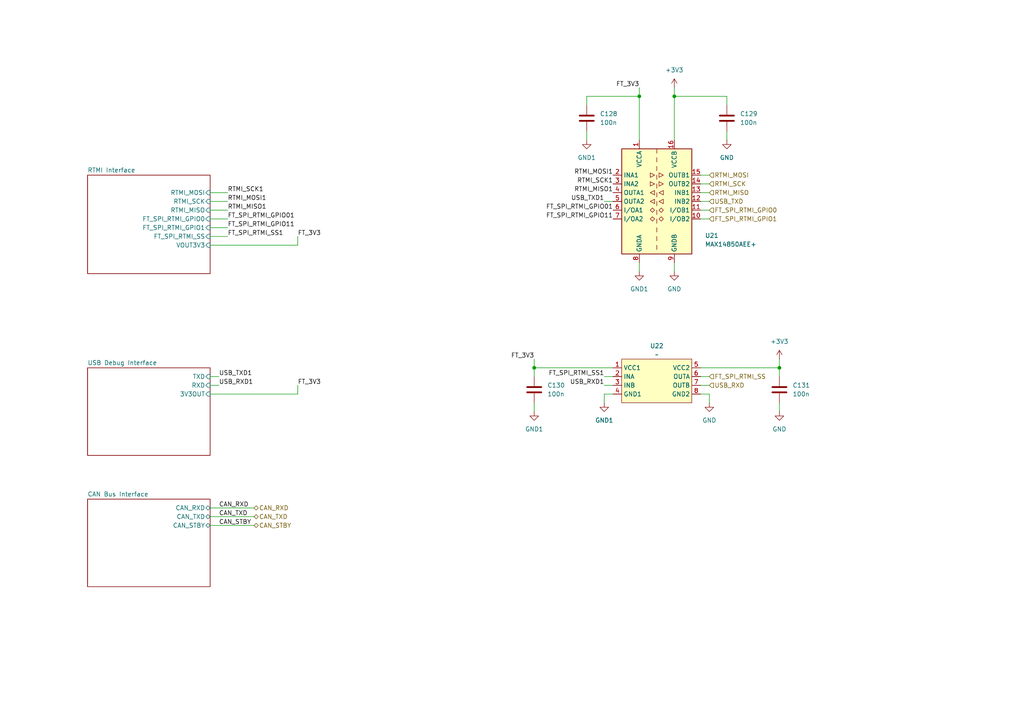
<source format=kicad_sch>
(kicad_sch (version 20231120) (generator "eeschema") (generator_version "8.0")
  (paper "A4")
  (title_block (title "HyperDrive Motor Controller") (date "2024-05-16") (rev "Mk. 1") (company "University of Alberta EcoCar Team"))
  (lib_symbols
    (symbol "Device:C" (pin_numbers hide) (pin_names (offset 0.254))
      (property "Reference" "C" (at 0.635 2.54 0))
      (property "Value" "C" (at 0.635 -2.54 0))
      (symbol "C_0_1"
        (polyline (pts (xy -2.032 -0.762) (xy 2.032 -0.762)) (stroke (width 0.508)))
        (polyline (pts (xy -2.032 0.762) (xy 2.032 0.762)) (stroke (width 0.508)))
      )
      (symbol "C_1_1"
        (pin passive line (at 0 3.81 270) (length 2.794) (name "~") (number "1"))
        (pin passive line (at 0 -3.81 90) (length 2.794) (name "~") (number "2"))
      )
    )
    (symbol "Isolator:MAX14850AEE+"
      (property "Reference" "U" (at -9.525 16.51 0))
      (property "Value" "MAX14850AEE+" (at 13.335 16.51 0))
      (symbol "MAX14850AEE+_0_1"
        (rectangle (start -10.16 15.24) (end 10.16 -15.24) (stroke (width 0.254)) (fill (type background)))
        (polyline (pts (xy 0 -12.7) (xy 0 -13.97)))
        (polyline (pts (xy 0 -10.16) (xy 0 -11.43)))
        (polyline (pts (xy 0 -7.62) (xy 0 -8.89)))
        (polyline (pts (xy 0 -5.08) (xy 0 -6.35)))
        (polyline (pts (xy 0 -2.54) (xy 0 -3.81)))
        (polyline (pts (xy 0 0) (xy 0 -1.27)))
        (polyline (pts (xy 0 2.54) (xy 0 1.27)))
        (polyline (pts (xy 0 5.08) (xy 0 3.81)))
        (polyline (pts (xy 0 7.62) (xy 0 6.35)))
        (polyline (pts (xy 0 10.16) (xy 0 8.89)))
        (polyline (pts (xy 0 12.7) (xy 0 11.43)))
        (polyline (pts (xy 0 15.24) (xy 0 13.97)))
        (polyline (pts (xy -1.905 5.715) (xy -1.905 4.445) (xy -0.635 5.08) (xy -1.905 5.715)))
        (polyline (pts (xy -1.905 8.255) (xy -1.905 6.985) (xy -0.635 7.62) (xy -1.905 8.255)))
        (polyline (pts (xy -0.635 -0.635) (xy -0.635 0.635) (xy -1.905 0) (xy -0.635 -0.635)))
        (polyline (pts (xy -0.635 1.905) (xy -0.635 3.175) (xy -1.905 2.54) (xy -0.635 1.905)))
        (polyline (pts (xy 0.635 5.715) (xy 0.635 4.445) (xy 1.905 5.08) (xy 0.635 5.715)))
        (polyline (pts (xy 0.635 8.255) (xy 0.635 6.985) (xy 1.905 7.62) (xy 0.635 8.255)))
        (polyline (pts (xy 1.905 -0.635) (xy 1.905 0.635) (xy 0.635 0) (xy 1.905 -0.635)))
        (polyline (pts (xy 1.905 1.905) (xy 1.905 3.175) (xy 0.635 2.54) (xy 1.905 1.905)))
        (polyline (pts (xy -1.27 -4.445) (xy -1.905 -5.08) (xy -1.27 -5.715) (xy -0.635 -5.08) (xy -1.27 -4.445)))
        (polyline (pts (xy -1.27 -1.905) (xy -1.905 -2.54) (xy -1.27 -3.175) (xy -0.635 -2.54) (xy -1.27 -1.905)))
        (polyline (pts (xy 1.27 -4.445) (xy 0.635 -5.08) (xy 1.27 -5.715) (xy 1.905 -5.08) (xy 1.27 -4.445)))
        (polyline (pts (xy 1.27 -1.905) (xy 0.635 -2.54) (xy 1.27 -3.175) (xy 1.905 -2.54) (xy 1.27 -1.905)))
      )
      (symbol "MAX14850AEE+_1_1"
        (pin power_in line (at -5.08 17.78 270) (length 2.54) (name "VCCA") (number "1"))
        (pin bidirectional line (at 12.7 -5.08 180) (length 2.54) (name "I/OB2") (number "10"))
        (pin bidirectional line (at 12.7 -2.54 180) (length 2.54) (name "I/OB1") (number "11"))
        (pin input line (at 12.7 0 180) (length 2.54) (name "INB2") (number "12"))
        (pin input line (at 12.7 2.54 180) (length 2.54) (name "INB1") (number "13"))
        (pin output line (at 12.7 5.08 180) (length 2.54) (name "OUTB2") (number "14"))
        (pin output line (at 12.7 7.62 180) (length 2.54) (name "OUTB1") (number "15"))
        (pin power_in line (at 5.08 17.78 270) (length 2.54) (name "VCCB") (number "16"))
        (pin input line (at -12.7 7.62 0) (length 2.54) (name "INA1") (number "2"))
        (pin input line (at -12.7 5.08 0) (length 2.54) (name "INA2") (number "3"))
        (pin output line (at -12.7 2.54 0) (length 2.54) (name "OUTA1") (number "4"))
        (pin output line (at -12.7 0 0) (length 2.54) (name "OUTA2") (number "5"))
        (pin bidirectional line (at -12.7 -2.54 0) (length 2.54) (name "I/OA1") (number "6"))
        (pin bidirectional line (at -12.7 -5.08 0) (length 2.54) (name "I/OA2") (number "7"))
        (pin power_in line (at -5.08 -17.78 90) (length 2.54) (name "GNDA") (number "8"))
        (pin power_in line (at 5.08 -17.78 90) (length 2.54) (name "GNDB") (number "9"))
      )
    )
    (symbol "ecocad_lib_symbols:ISO6520"
      (property "Reference" "U" (at -0.254 7.874 0))
      (symbol "ISO6520_1_1"
        (rectangle (start -10.16 6.35) (end 10.16 -6.35) (fill (type background)))
        (pin input line (at -12.7 3.81 0) (length 2.54) (name "VCC1") (number "1"))
        (pin input line (at -12.7 1.27 0) (length 2.54) (name "INA") (number "2"))
        (pin input line (at -12.7 -1.27 0) (length 2.54) (name "INB") (number "3"))
        (pin input line (at -12.7 -3.81 0) (length 2.54) (name "GND1") (number "4"))
        (pin input line (at 12.7 3.81 180) (length 2.54) (name "VCC2") (number "5"))
        (pin input line (at 12.7 1.27 180) (length 2.54) (name "OUTA") (number "6"))
        (pin input line (at 12.7 -1.27 180) (length 2.54) (name "OUTB") (number "7"))
        (pin input line (at 12.7 -3.81 180) (length 2.54) (name "GND2") (number "8"))
      )
    )
    (symbol "power:+3V3" (power) (pin_numbers hide) (pin_names (offset 0) hide)
      (property "Value" "+3V3" (at 0 3.556 0))
      (symbol "+3V3_0_1"
        (polyline (pts (xy -0.762 1.27) (xy 0 2.54)))
        (polyline (pts (xy 0 0) (xy 0 2.54)))
        (polyline (pts (xy 0 2.54) (xy 0.762 1.27)))
      )
      (symbol "+3V3_1_1"
        (pin power_in line (at 0 0 90) (length 0) (name "~") (number "1"))
      )
    )
    (symbol "power:GND" (power) (pin_numbers hide) (pin_names (offset 0) hide)
      (property "Value" "GND" (at 0 -3.81 0))
      (symbol "GND_0_1"
        (polyline (pts (xy 0 0) (xy 0 -1.27) (xy 1.27 -1.27) (xy 0 -2.54) (xy -1.27 -1.27) (xy 0 -1.27)))
      )
      (symbol "GND_1_1"
        (pin power_in line (at 0 0 270) (length 0) (name "~") (number "1"))
      )
    )
    (symbol "power:GND1" (power) (pin_numbers hide) (pin_names (offset 0) hide)
      (property "Value" "GND1" (at 0 -3.81 0))
      (symbol "GND1_0_1"
        (polyline (pts (xy 0 0) (xy 0 -1.27) (xy 1.27 -1.27) (xy 0 -2.54) (xy -1.27 -1.27) (xy 0 -1.27)))
      )
      (symbol "GND1_1_1"
        (pin power_in line (at 0 0 270) (length 0) (name "~") (number "1"))
      )
    )
  )
  (junction (at 154.94 106.68))
  (junction (at 195.58 27.94))
  (junction (at 226.06 106.68))
  (junction (at 185.42 27.94))
  (wire (pts (xy 203.2 111.76) (xy 205.74 111.76)))
  (wire (pts (xy 203.2 106.68) (xy 226.06 106.68)))
  (wire (pts (xy 170.18 27.94) (xy 185.42 27.94)))
  (wire (pts (xy 60.96 152.4) (xy 73.66 152.4)))
  (wire (pts (xy 185.42 76.2) (xy 185.42 78.74)))
  (wire (pts (xy 60.96 114.3) (xy 86.36 114.3)))
  (wire (pts (xy 175.26 114.3) (xy 175.26 116.84)))
  (wire (pts (xy 154.94 106.68) (xy 177.8 106.68)))
  (wire (pts (xy 175.26 109.22) (xy 177.8 109.22)))
  (wire (pts (xy 205.74 55.88) (xy 203.2 55.88)))
  (wire (pts (xy 226.06 116.84) (xy 226.06 119.38)))
  (wire (pts (xy 60.96 147.32) (xy 73.66 147.32)))
  (wire (pts (xy 175.26 114.3) (xy 177.8 114.3)))
  (wire (pts (xy 205.74 50.8) (xy 203.2 50.8)))
  (wire (pts (xy 195.58 25.4) (xy 195.58 27.94)))
  (wire (pts (xy 60.96 60.96) (xy 66.04 60.96)))
  (wire (pts (xy 154.94 116.84) (xy 154.94 119.38)))
  (wire (pts (xy 205.74 60.96) (xy 203.2 60.96)))
  (wire (pts (xy 60.96 111.76) (xy 63.5 111.76)))
  (wire (pts (xy 60.96 66.04) (xy 66.04 66.04)))
  (wire (pts (xy 60.96 68.58) (xy 66.04 68.58)))
  (wire (pts (xy 195.58 76.2) (xy 195.58 78.74)))
  (wire (pts (xy 154.94 109.22) (xy 154.94 106.68)))
  (wire (pts (xy 203.2 58.42) (xy 205.74 58.42)))
  (wire (pts (xy 60.96 149.86) (xy 73.66 149.86)))
  (wire (pts (xy 210.82 27.94) (xy 195.58 27.94)))
  (wire (pts (xy 154.94 104.14) (xy 154.94 106.68)))
  (wire (pts (xy 210.82 30.48) (xy 210.82 27.94)))
  (wire (pts (xy 175.26 58.42) (xy 177.8 58.42)))
  (wire (pts (xy 63.5 109.22) (xy 60.96 109.22)))
  (wire (pts (xy 226.06 109.22) (xy 226.06 106.68)))
  (wire (pts (xy 205.74 114.3) (xy 205.74 116.84)))
  (wire (pts (xy 170.18 30.48) (xy 170.18 27.94)))
  (wire (pts (xy 205.74 53.34) (xy 203.2 53.34)))
  (wire (pts (xy 86.36 111.76) (xy 86.36 114.3)))
  (wire (pts (xy 60.96 71.12) (xy 86.36 71.12)))
  (wire (pts (xy 185.42 25.4) (xy 185.42 27.94)))
  (wire (pts (xy 185.42 27.94) (xy 185.42 40.64)))
  (wire (pts (xy 226.06 104.14) (xy 226.06 106.68)))
  (wire (pts (xy 205.74 109.22) (xy 203.2 109.22)))
  (wire (pts (xy 86.36 68.58) (xy 86.36 71.12)))
  (wire (pts (xy 60.96 55.88) (xy 66.04 55.88)))
  (wire (pts (xy 210.82 38.1) (xy 210.82 40.64)))
  (wire (pts (xy 170.18 38.1) (xy 170.18 40.64)))
  (wire (pts (xy 205.74 114.3) (xy 203.2 114.3)))
  (wire (pts (xy 60.96 58.42) (xy 66.04 58.42)))
  (wire (pts (xy 175.26 111.76) (xy 177.8 111.76)))
  (wire (pts (xy 60.96 63.5) (xy 66.04 63.5)))
  (wire (pts (xy 203.2 63.5) (xy 205.74 63.5)))
  (wire (pts (xy 195.58 27.94) (xy 195.58 40.64)))
  (label "FT_SPI_RTMI_SS1" (at 66.04 68.58 0))
  (label "FT_SPI_RTMI_GPIO01" (at 66.04 63.5 0))
  (label "CAN_STBY" (at 63.5 152.4 0))
  (label "FT_SPI_RTMI_GPIO11" (at 177.8 63.5 180))
  (label "USB_TXD1" (at 63.5 109.22 0))
  (label "USB_RXD1" (at 175.26 111.76 180))
  (label "FT_3V3" (at 154.94 104.14 180))
  (label "CAN_RXD" (at 63.5 147.32 0))
  (label "FT_3V3" (at 86.36 68.58 0))
  (label "RTMI_SCK1" (at 177.8 53.34 180))
  (label "FT_SPI_RTMI_GPIO01" (at 177.8 60.96 180))
  (label "FT_3V3" (at 86.36 111.76 0))
  (label "FT_3V3" (at 185.42 25.4 180))
  (label "USB_RXD1" (at 63.5 111.76 0))
  (label "RTMI_MOSI1" (at 66.04 58.42 0))
  (label "USB_TXD1" (at 175.26 58.42 180))
  (label "FT_SPI_RTMI_SS1" (at 175.26 109.22 180))
  (label "FT_SPI_RTMI_GPIO11" (at 66.04 66.04 0))
  (label "CAN_TXD" (at 63.5 149.86 0))
  (label "RTMI_MOSI1" (at 177.8 50.8 180))
  (label "RTMI_MISO1" (at 66.04 60.96 0))
  (label "RTMI_MISO1" (at 177.8 55.88 180))
  (label "RTMI_SCK1" (at 66.04 55.88 0))
  (hierarchical_label "USB_TXD" (shape input) (at 205.74 58.42 0))
  (hierarchical_label "FT_SPI_RTMI_GPIO0" (shape input) (at 205.74 60.96 0))
  (hierarchical_label "FT_SPI_RTMI_SS" (shape input) (at 205.74 109.22 0))
  (hierarchical_label "CAN_STBY" (shape bidirectional) (at 73.66 152.4 0))
  (hierarchical_label "FT_SPI_RTMI_GPIO1" (shape input) (at 205.74 63.5 0))
  (hierarchical_label "RTMI_MISO" (shape input) (at 205.74 55.88 0))
  (hierarchical_label "CAN_TXD" (shape bidirectional) (at 73.66 149.86 0))
  (hierarchical_label "RTMI_MOSI" (shape input) (at 205.74 50.8 0))
  (hierarchical_label "USB_RXD" (shape input) (at 205.74 111.76 0))
  (hierarchical_label "CAN_RXD" (shape bidirectional) (at 73.66 147.32 0))
  (hierarchical_label "RTMI_SCK" (shape input) (at 205.74 53.34 0))
  (symbol (lib_id "Device:C") (at 226.06 113.03 0) (unit 1)
    (property "Reference" "C131" (at 229.87 111.7599 0) (effects (justify left)))
    (property "Value" "100n" (at 229.87 114.2999 0) (effects (justify left)))
    (property "Description" "Unpolarized capacitor" (effects (hide yes)))
  )
  (symbol (lib_id "Isolator:MAX14850AEE+") (at 190.5 58.42 0) (unit 1)
    (property "Reference" "U21" (at 204.47 68.326 0) (effects (justify left)))
    (property "Value" "MAX14850AEE+" (at 204.47 70.866 0) (effects (justify left)))
    (property "Footprint" "Package_SO:QSOP-16_3.9x4.9mm_P0.635mm" (effects (hide yes)))
    (property "Datasheet" "https://datasheets.maximintegrated.com/en/ds/MAX14850.pdf" (effects (hide yes)))
    (property "Description" "Six-channel digital isolator, bidirectional, 3V3, 5V, QSOP-16" (effects (hide yes)))
  )
  (symbol (lib_id "power:+3V3") (at 195.58 25.4 0) (unit 1)
    (property "Reference" "#PWR0194" (effects (hide yes)))
    (property "Value" "+3V3" (at 195.58 20.32 0))
    (property "Description" "Power symbol creates a global label with name \"+3V3\"" (effects (hide yes)))
  )
  (symbol (lib_id "power:GND") (at 205.74 116.84 0) (unit 1)
    (property "Reference" "#PWR0190" (effects (hide yes)))
    (property "Value" "GND" (at 205.74 121.92 0))
    (property "Description" "Power symbol creates a global label with name \"GND\" , ground" (effects (hide yes)))
  )
  (symbol (lib_id "power:GND") (at 226.06 119.38 0) (unit 1)
    (property "Reference" "#PWR0199" (effects (hide yes)))
    (property "Value" "GND" (at 226.06 124.46 0))
    (property "Description" "Power symbol creates a global label with name \"GND\" , ground" (effects (hide yes)))
  )
  (symbol (lib_id "power:GND1") (at 185.42 78.74 0) (unit 1)
    (property "Reference" "#PWR086" (effects (hide yes)))
    (property "Value" "GND1" (at 185.42 83.82 0))
    (property "Description" "Power symbol creates a global label with name \"GND1\" , ground" (effects (hide yes)))
  )
  (symbol (lib_id "power:GND") (at 195.58 78.74 0) (unit 1)
    (property "Reference" "#PWR087" (effects (hide yes)))
    (property "Value" "GND" (at 195.58 83.82 0))
    (property "Description" "Power symbol creates a global label with name \"GND\" , ground" (effects (hide yes)))
  )
  (symbol (lib_id "Device:C") (at 170.18 34.29 0) (unit 1)
    (property "Reference" "C128" (at 173.99 33.0199 0) (effects (justify left)))
    (property "Value" "100n" (at 173.99 35.5599 0) (effects (justify left)))
    (property "Description" "Unpolarized capacitor" (effects (hide yes)))
  )
  (symbol (lib_id "ecocad_lib_symbols:ISO6520") (at 190.5 110.49 0) (unit 1)
    (property "Reference" "U22" (at 190.5 100.33 0))
    (property "Value" "~" (at 190.5 102.87 0))
    (property "Footprint" "Package_SO:SOIC-8_3.9x4.9mm_P1.27mm" (effects (hide yes)))
    (property "Datasheet" "https://www.ti.com/lit/ds/symlink/iso6520.pdf?ts=1717675471267&ref_url=https%253A%252F%252Feu.mouser.com%252F" (effects (hide yes)))
  )
  (symbol (lib_id "Device:C") (at 210.82 34.29 0) (unit 1)
    (property "Reference" "C129" (at 214.63 33.0199 0) (effects (justify left)))
    (property "Value" "100n" (at 214.63 35.5599 0) (effects (justify left)))
    (property "Description" "Unpolarized capacitor" (effects (hide yes)))
  )
  (symbol (lib_id "power:GND1") (at 175.26 116.84 0) (unit 1)
    (property "Reference" "#PWR0188" (effects (hide yes)))
    (property "Value" "GND1" (at 175.26 121.92 0))
    (property "Description" "Power symbol creates a global label with name \"GND1\" , ground" (effects (hide yes)))
  )
  (symbol (lib_id "power:GND1") (at 170.18 40.64 0) (unit 1)
    (property "Reference" "#PWR098" (effects (hide yes)))
    (property "Value" "GND1" (at 170.18 45.72 0))
    (property "Description" "Power symbol creates a global label with name \"GND1\" , ground" (effects (hide yes)))
  )
  (symbol (lib_id "Device:C") (at 154.94 113.03 0) (unit 1)
    (property "Reference" "C130" (at 158.75 111.7599 0) (effects (justify left)))
    (property "Value" "100n" (at 158.75 114.2999 0) (effects (justify left)))
    (property "Description" "Unpolarized capacitor" (effects (hide yes)))
  )
  (symbol (lib_id "power:+3V3") (at 226.06 104.14 0) (unit 1)
    (property "Reference" "#PWR0193" (effects (hide yes)))
    (property "Value" "+3V3" (at 226.06 99.06 0))
    (property "Description" "Power symbol creates a global label with name \"+3V3\"" (effects (hide yes)))
  )
  (symbol (lib_id "power:GND1") (at 154.94 119.38 0) (unit 1)
    (property "Reference" "#PWR0197" (effects (hide yes)))
    (property "Value" "GND1" (at 154.94 124.46 0))
    (property "Description" "Power symbol creates a global label with name \"GND1\" , ground" (effects (hide yes)))
  )
  (symbol (lib_id "power:GND") (at 210.82 40.64 0) (unit 1)
    (property "Reference" "#PWR0198" (effects (hide yes)))
    (property "Value" "GND" (at 210.82 45.72 0))
    (property "Description" "Power symbol creates a global label with name \"GND\" , ground" (effects (hide yes)))
  )
  (sheet (at 25.4 106.68) (size 35.56 25.4) (stroke (width 0.1524))
    (property "Sheetname" "USB Debug Interface" (at 25.4 105.9684 0) (effects (justify left bottom)))
    (property "Sheetfile" "USB_Debug_Interface.kicad_sch" (effects (hide yes)))
    (pin "TXD" input (at 60.96 109.22 0))
    (pin "RXD" input (at 60.96 111.76 0))
    (pin "3V3OUT" input (at 60.96 114.3 0))
  )
  (sheet (at 25.4 144.78) (size 35.56 25.4) (stroke (width 0.1524))
    (property "Sheetname" "CAN Bus Interface" (at 25.4 144.0684 0) (effects (justify left bottom)))
    (property "Sheetfile" "CAN_Bus_Interface.kicad_sch" (effects (hide yes)))
    (pin "CAN_RXD" bidirectional (at 60.96 147.32 0))
    (pin "CAN_TXD" bidirectional (at 60.96 149.86 0))
    (pin "CAN_STBY" bidirectional (at 60.96 152.4 0))
  )
  (sheet (at 25.4 50.8) (size 35.56 28.575) (stroke (width 0.1524))
    (property "Sheetname" "RTMI Interface" (at 25.4 50.0884 0) (effects (justify left bottom)))
    (property "Sheetfile" "RTMI_Interface.kicad_sch" (effects (hide yes)))
    (pin "RTMI_MOSI" input (at 60.96 55.88 0))
    (pin "RTMI_SCK" input (at 60.96 58.42 0))
    (pin "RTMI_MISO" input (at 60.96 60.96 0))
    (pin "FT_SPI_RTMI_GPIO0" input (at 60.96 63.5 0))
    (pin "FT_SPI_RTMI_GPIO1" input (at 60.96 66.04 0))
    (pin "FT_SPI_RTMI_SS" input (at 60.96 68.58 0))
    (pin "VOUT3V3" input (at 60.96 71.12 0))
  )
)
</source>
